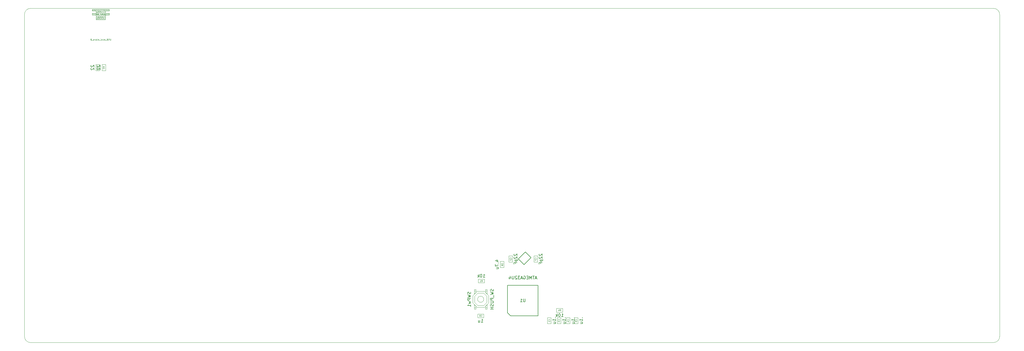
<source format=gbr>
G04 #@! TF.GenerationSoftware,KiCad,Pcbnew,(5.1.5)-3*
G04 #@! TF.CreationDate,2020-04-14T21:23:01-05:00*
G04 #@! TF.ProjectId,Without Led and Usb-c,57697468-6f75-4742-904c-656420616e64,rev?*
G04 #@! TF.SameCoordinates,Original*
G04 #@! TF.FileFunction,Other,Fab,Bot*
%FSLAX46Y46*%
G04 Gerber Fmt 4.6, Leading zero omitted, Abs format (unit mm)*
G04 Created by KiCad (PCBNEW (5.1.5)-3) date 2020-04-14 21:23:01*
%MOMM*%
%LPD*%
G04 APERTURE LIST*
%ADD10C,0.050000*%
%ADD11C,0.100000*%
%ADD12C,0.150000*%
%ADD13C,0.080000*%
%ADD14C,0.075000*%
G04 APERTURE END LIST*
D10*
X9820000Y-147280000D02*
X9819976Y-41880000D01*
X326720000Y-39879976D02*
G75*
G02X328720024Y-41880000I0J-2000024D01*
G01*
X328720000Y-147280000D02*
G75*
G02X326720000Y-149280000I-2000000J0D01*
G01*
X11820000Y-149280000D02*
G75*
G02X9820000Y-147280000I0J2000000D01*
G01*
X9819976Y-41880000D02*
G75*
G02X11820000Y-39879976I2000024J0D01*
G01*
X11820000Y-39879976D02*
X15820000Y-39880000D01*
X326720000Y-149280000D02*
X11820000Y-149280000D01*
X328720024Y-41880000D02*
X328720000Y-147280000D01*
X15820000Y-39880000D02*
X326720000Y-39879976D01*
D11*
X183800000Y-139300000D02*
X185800000Y-139300000D01*
X183800000Y-138100000D02*
X183800000Y-139300000D01*
X185800000Y-138100000D02*
X183800000Y-138100000D01*
X185800000Y-139300000D02*
X185800000Y-138100000D01*
X160200000Y-128500000D02*
X158200000Y-128500000D01*
X160200000Y-129700000D02*
X160200000Y-128500000D01*
X158200000Y-129700000D02*
X160200000Y-129700000D01*
X158200000Y-128500000D02*
X158200000Y-129700000D01*
X158000000Y-141100000D02*
X160000000Y-141100000D01*
X158000000Y-139900000D02*
X158000000Y-141100000D01*
X160000000Y-139900000D02*
X158000000Y-139900000D01*
X160000000Y-141100000D02*
X160000000Y-139900000D01*
X165400000Y-122675000D02*
X165400000Y-124675000D01*
X166600000Y-122675000D02*
X165400000Y-122675000D01*
X166600000Y-124675000D02*
X166600000Y-122675000D01*
X165400000Y-124675000D02*
X166600000Y-124675000D01*
X188200000Y-143100000D02*
X188200000Y-141100000D01*
X187000000Y-143100000D02*
X188200000Y-143100000D01*
X187000000Y-141100000D02*
X187000000Y-143100000D01*
X188200000Y-141100000D02*
X187000000Y-141100000D01*
X185200000Y-143100000D02*
X185200000Y-141100000D01*
X184000000Y-143100000D02*
X185200000Y-143100000D01*
X184000000Y-141100000D02*
X184000000Y-143100000D01*
X185200000Y-141100000D02*
X184000000Y-141100000D01*
X182000000Y-143100000D02*
X182000000Y-141100000D01*
X180800000Y-143100000D02*
X182000000Y-143100000D01*
X180800000Y-141100000D02*
X180800000Y-143100000D01*
X182000000Y-141100000D02*
X180800000Y-141100000D01*
D12*
X167800000Y-139500000D02*
X168800000Y-140500000D01*
X167800000Y-130500000D02*
X167800000Y-139500000D01*
X177800000Y-130500000D02*
X167800000Y-130500000D01*
X177800000Y-140500000D02*
X177800000Y-130500000D01*
X168800000Y-140500000D02*
X177800000Y-140500000D01*
X171349390Y-121912132D02*
X173187868Y-123750610D01*
X173612132Y-119649390D02*
X171349390Y-121912132D01*
X175450610Y-121487868D02*
X173612132Y-119649390D01*
X173187868Y-123750610D02*
X175450610Y-121487868D01*
D11*
X169400000Y-120900000D02*
X168200000Y-120900000D01*
X168200000Y-120900000D02*
X168200000Y-122900000D01*
X168200000Y-122900000D02*
X169400000Y-122900000D01*
X169400000Y-122900000D02*
X169400000Y-120900000D01*
X33150000Y-58250000D02*
X33150000Y-60250000D01*
X34350000Y-58250000D02*
X33150000Y-58250000D01*
X34350000Y-60250000D02*
X34350000Y-58250000D01*
X33150000Y-60250000D02*
X34350000Y-60250000D01*
X160000000Y-135100000D02*
G75*
G03X160000000Y-135100000I-1000000J0D01*
G01*
X156400000Y-133900000D02*
X157800000Y-132500000D01*
X156400000Y-136300000D02*
X156400000Y-133900000D01*
X157800000Y-137700000D02*
X156400000Y-136300000D01*
X160200000Y-137700000D02*
X157800000Y-137700000D01*
X161600000Y-136300000D02*
X160200000Y-137700000D01*
X161600000Y-133900000D02*
X161600000Y-136300000D01*
X160200000Y-132500000D02*
X161600000Y-133900000D01*
X157800000Y-132500000D02*
X160200000Y-132500000D01*
X160000000Y-133100000D02*
X158000000Y-133100000D01*
X161000000Y-134100000D02*
X160000000Y-133100000D01*
X161000000Y-136100000D02*
X161000000Y-134100000D01*
X160000000Y-137100000D02*
X161000000Y-136100000D01*
X158000000Y-137100000D02*
X160000000Y-137100000D01*
X157000000Y-136100000D02*
X158000000Y-137100000D01*
X157000000Y-134100000D02*
X157000000Y-136100000D01*
X158000000Y-133100000D02*
X157000000Y-134100000D01*
X160600000Y-138300000D02*
X160600000Y-137300000D01*
X161100000Y-137800000D02*
X160600000Y-137800000D01*
X161100000Y-136800000D02*
X161100000Y-138300000D01*
X161100000Y-133400000D02*
X161100000Y-131900000D01*
X160600000Y-131900000D02*
X160600000Y-132900000D01*
X161100000Y-132400000D02*
X160600000Y-132400000D01*
X157400000Y-131900000D02*
X157400000Y-132900000D01*
X156900000Y-133400000D02*
X156900000Y-131900000D01*
X156900000Y-132400000D02*
X157400000Y-132400000D01*
X157400000Y-138300000D02*
X157400000Y-137300000D01*
X156900000Y-136800000D02*
X156900000Y-138300000D01*
X156900000Y-137800000D02*
X157400000Y-137800000D01*
X156900000Y-131900000D02*
X157400000Y-131900000D01*
X161100000Y-131900000D02*
X160600000Y-131900000D01*
X156900000Y-138300000D02*
X157400000Y-138300000D01*
X161100000Y-138300000D02*
X160600000Y-138300000D01*
X177600000Y-122900000D02*
X177600000Y-120900000D01*
X176400000Y-122900000D02*
X177600000Y-122900000D01*
X176400000Y-120900000D02*
X176400000Y-122900000D01*
X177600000Y-120900000D02*
X176400000Y-120900000D01*
X35150000Y-58250000D02*
X35150000Y-60250000D01*
X36350000Y-58250000D02*
X35150000Y-58250000D01*
X36350000Y-60250000D02*
X36350000Y-58250000D01*
X35150000Y-60250000D02*
X36350000Y-60250000D01*
D10*
X31950000Y-40400000D02*
X32250000Y-40700000D01*
X32050000Y-40200000D02*
X32550000Y-40700000D01*
X32350000Y-40200000D02*
X32850000Y-40700000D01*
X37250000Y-40200000D02*
X37550000Y-40500000D01*
X36950000Y-40200000D02*
X37450000Y-40700000D01*
X36650000Y-40200000D02*
X37150000Y-40700000D01*
X36350000Y-40200000D02*
X36850000Y-40700000D01*
X36050000Y-40200000D02*
X36550000Y-40700000D01*
X35750000Y-40200000D02*
X36250000Y-40700000D01*
X35450000Y-40200000D02*
X36250000Y-41000000D01*
X35150000Y-40200000D02*
X36250000Y-41300000D01*
X34850000Y-40200000D02*
X36150000Y-41500000D01*
X34550000Y-40200000D02*
X35850000Y-41500000D01*
X34250000Y-40200000D02*
X35550000Y-41500000D01*
X33950000Y-40200000D02*
X35250000Y-41500000D01*
X33650000Y-40200000D02*
X34950000Y-41500000D01*
X33350000Y-40200000D02*
X34650000Y-41500000D01*
X33050000Y-40200000D02*
X34350000Y-41500000D01*
X32650000Y-40200000D02*
X34050000Y-41500000D01*
X33250000Y-41050000D02*
X33750000Y-41500000D01*
X33250000Y-41300000D02*
X33450000Y-41500000D01*
X37350000Y-41500000D02*
X37550000Y-41700000D01*
X37050000Y-41500000D02*
X37550000Y-42000000D01*
X36750000Y-41500000D02*
X37350000Y-42100000D01*
X36450000Y-41500000D02*
X37050000Y-42100000D01*
X36550000Y-41900000D02*
X36750000Y-42100000D01*
X36150000Y-42100000D02*
X36250000Y-42200000D01*
X35850000Y-42100000D02*
X36250000Y-42500000D01*
X34650000Y-42100000D02*
X36150000Y-43600000D01*
X34950000Y-42100000D02*
X36250000Y-43400000D01*
X35250000Y-42100000D02*
X36250000Y-43100000D01*
X35550000Y-42100000D02*
X36250000Y-42800000D01*
X34050000Y-42100000D02*
X35550000Y-43600000D01*
X34350000Y-42100000D02*
X35850000Y-43600000D01*
X33750000Y-42100000D02*
X35250000Y-43600000D01*
X32850000Y-41500000D02*
X32950000Y-41600000D01*
X31950000Y-41800000D02*
X32250000Y-42100000D01*
X31950000Y-41500000D02*
X32550000Y-42100000D01*
X32250000Y-41500000D02*
X32850000Y-42100000D01*
X32550000Y-41500000D02*
X33150000Y-42100000D01*
X33450000Y-42100000D02*
X34950000Y-43600000D01*
X33250000Y-42200000D02*
X34650000Y-43600000D01*
X33250000Y-42500000D02*
X34350000Y-43600000D01*
X33250000Y-42800000D02*
X34050000Y-43600000D01*
X33250000Y-43100000D02*
X33750000Y-43600000D01*
X33250000Y-43400000D02*
X33450000Y-43600000D01*
D11*
X36250000Y-43600000D02*
X36250000Y-42100000D01*
X37550000Y-42100000D02*
X37550000Y-41500000D01*
X31950000Y-42100000D02*
X31950000Y-41500000D01*
X36250000Y-40700000D02*
X36250000Y-41500000D01*
X37550000Y-40700000D02*
X37550000Y-40200000D01*
X37550000Y-40200000D02*
X31950000Y-40200000D01*
X31950000Y-40700000D02*
X31950000Y-40200000D01*
X33250000Y-40700000D02*
X33250000Y-41500000D01*
X31950000Y-40700000D02*
X33250000Y-40700000D01*
X31950000Y-41500000D02*
X33250000Y-41500000D01*
X31950000Y-42100000D02*
X33250000Y-42100000D01*
X36250000Y-41500000D02*
X37550000Y-41500000D01*
X36250000Y-40700000D02*
X37550000Y-40700000D01*
X36250000Y-42100000D02*
X37550000Y-42100000D01*
X33250000Y-43600000D02*
X33250000Y-42100000D01*
X33250000Y-43600000D02*
X36250000Y-43600000D01*
X190800000Y-143100000D02*
X190800000Y-141100000D01*
X189600000Y-143100000D02*
X190800000Y-143100000D01*
X189600000Y-141100000D02*
X189600000Y-143100000D01*
X190800000Y-141100000D02*
X189600000Y-141100000D01*
D12*
X185395238Y-140802380D02*
X185966666Y-140802380D01*
X185680952Y-140802380D02*
X185680952Y-139802380D01*
X185776190Y-139945238D01*
X185871428Y-140040476D01*
X185966666Y-140088095D01*
X184776190Y-139802380D02*
X184680952Y-139802380D01*
X184585714Y-139850000D01*
X184538095Y-139897619D01*
X184490476Y-139992857D01*
X184442857Y-140183333D01*
X184442857Y-140421428D01*
X184490476Y-140611904D01*
X184538095Y-140707142D01*
X184585714Y-140754761D01*
X184680952Y-140802380D01*
X184776190Y-140802380D01*
X184871428Y-140754761D01*
X184919047Y-140707142D01*
X184966666Y-140611904D01*
X185014285Y-140421428D01*
X185014285Y-140183333D01*
X184966666Y-139992857D01*
X184919047Y-139897619D01*
X184871428Y-139850000D01*
X184776190Y-139802380D01*
X184014285Y-140802380D02*
X184014285Y-139802380D01*
X183919047Y-140421428D02*
X183633333Y-140802380D01*
X183633333Y-140135714D02*
X184014285Y-140516666D01*
D13*
X184883333Y-138926190D02*
X185050000Y-138688095D01*
X185169047Y-138926190D02*
X185169047Y-138426190D01*
X184978571Y-138426190D01*
X184930952Y-138450000D01*
X184907142Y-138473809D01*
X184883333Y-138521428D01*
X184883333Y-138592857D01*
X184907142Y-138640476D01*
X184930952Y-138664285D01*
X184978571Y-138688095D01*
X185169047Y-138688095D01*
X184454761Y-138592857D02*
X184454761Y-138926190D01*
X184573809Y-138402380D02*
X184692857Y-138759523D01*
X184383333Y-138759523D01*
D12*
X159795238Y-127902380D02*
X160366666Y-127902380D01*
X160080952Y-127902380D02*
X160080952Y-126902380D01*
X160176190Y-127045238D01*
X160271428Y-127140476D01*
X160366666Y-127188095D01*
X159176190Y-126902380D02*
X159080952Y-126902380D01*
X158985714Y-126950000D01*
X158938095Y-126997619D01*
X158890476Y-127092857D01*
X158842857Y-127283333D01*
X158842857Y-127521428D01*
X158890476Y-127711904D01*
X158938095Y-127807142D01*
X158985714Y-127854761D01*
X159080952Y-127902380D01*
X159176190Y-127902380D01*
X159271428Y-127854761D01*
X159319047Y-127807142D01*
X159366666Y-127711904D01*
X159414285Y-127521428D01*
X159414285Y-127283333D01*
X159366666Y-127092857D01*
X159319047Y-126997619D01*
X159271428Y-126950000D01*
X159176190Y-126902380D01*
X158414285Y-127902380D02*
X158414285Y-126902380D01*
X158319047Y-127521428D02*
X158033333Y-127902380D01*
X158033333Y-127235714D02*
X158414285Y-127616666D01*
D13*
X159283333Y-129326190D02*
X159450000Y-129088095D01*
X159569047Y-129326190D02*
X159569047Y-128826190D01*
X159378571Y-128826190D01*
X159330952Y-128850000D01*
X159307142Y-128873809D01*
X159283333Y-128921428D01*
X159283333Y-128992857D01*
X159307142Y-129040476D01*
X159330952Y-129064285D01*
X159378571Y-129088095D01*
X159569047Y-129088095D01*
X158807142Y-129326190D02*
X159092857Y-129326190D01*
X158950000Y-129326190D02*
X158950000Y-128826190D01*
X158997619Y-128897619D01*
X159045238Y-128945238D01*
X159092857Y-128969047D01*
D12*
X159166666Y-142602380D02*
X159738095Y-142602380D01*
X159452380Y-142602380D02*
X159452380Y-141602380D01*
X159547619Y-141745238D01*
X159642857Y-141840476D01*
X159738095Y-141888095D01*
X158309523Y-141935714D02*
X158309523Y-142602380D01*
X158738095Y-141935714D02*
X158738095Y-142459523D01*
X158690476Y-142554761D01*
X158595238Y-142602380D01*
X158452380Y-142602380D01*
X158357142Y-142554761D01*
X158309523Y-142507142D01*
D13*
X159083333Y-140678571D02*
X159107142Y-140702380D01*
X159178571Y-140726190D01*
X159226190Y-140726190D01*
X159297619Y-140702380D01*
X159345238Y-140654761D01*
X159369047Y-140607142D01*
X159392857Y-140511904D01*
X159392857Y-140440476D01*
X159369047Y-140345238D01*
X159345238Y-140297619D01*
X159297619Y-140250000D01*
X159226190Y-140226190D01*
X159178571Y-140226190D01*
X159107142Y-140250000D01*
X159083333Y-140273809D01*
X158797619Y-140440476D02*
X158845238Y-140416666D01*
X158869047Y-140392857D01*
X158892857Y-140345238D01*
X158892857Y-140321428D01*
X158869047Y-140273809D01*
X158845238Y-140250000D01*
X158797619Y-140226190D01*
X158702380Y-140226190D01*
X158654761Y-140250000D01*
X158630952Y-140273809D01*
X158607142Y-140321428D01*
X158607142Y-140345238D01*
X158630952Y-140392857D01*
X158654761Y-140416666D01*
X158702380Y-140440476D01*
X158797619Y-140440476D01*
X158845238Y-140464285D01*
X158869047Y-140488095D01*
X158892857Y-140535714D01*
X158892857Y-140630952D01*
X158869047Y-140678571D01*
X158845238Y-140702380D01*
X158797619Y-140726190D01*
X158702380Y-140726190D01*
X158654761Y-140702380D01*
X158630952Y-140678571D01*
X158607142Y-140630952D01*
X158607142Y-140535714D01*
X158630952Y-140488095D01*
X158654761Y-140464285D01*
X158702380Y-140440476D01*
D12*
X164135714Y-122698809D02*
X164802380Y-122698809D01*
X163754761Y-122460714D02*
X164469047Y-122222619D01*
X164469047Y-122841666D01*
X164707142Y-123222619D02*
X164754761Y-123270238D01*
X164802380Y-123222619D01*
X164754761Y-123175000D01*
X164707142Y-123222619D01*
X164802380Y-123222619D01*
X163802380Y-123603571D02*
X163802380Y-124270238D01*
X164802380Y-123841666D01*
X164135714Y-125079761D02*
X164802380Y-125079761D01*
X164135714Y-124651190D02*
X164659523Y-124651190D01*
X164754761Y-124698809D01*
X164802380Y-124794047D01*
X164802380Y-124936904D01*
X164754761Y-125032142D01*
X164707142Y-125079761D01*
D13*
X166178571Y-123591666D02*
X166202380Y-123567857D01*
X166226190Y-123496428D01*
X166226190Y-123448809D01*
X166202380Y-123377380D01*
X166154761Y-123329761D01*
X166107142Y-123305952D01*
X166011904Y-123282142D01*
X165940476Y-123282142D01*
X165845238Y-123305952D01*
X165797619Y-123329761D01*
X165750000Y-123377380D01*
X165726190Y-123448809D01*
X165726190Y-123496428D01*
X165750000Y-123567857D01*
X165773809Y-123591666D01*
X165726190Y-124020238D02*
X165726190Y-123925000D01*
X165750000Y-123877380D01*
X165773809Y-123853571D01*
X165845238Y-123805952D01*
X165940476Y-123782142D01*
X166130952Y-123782142D01*
X166178571Y-123805952D01*
X166202380Y-123829761D01*
X166226190Y-123877380D01*
X166226190Y-123972619D01*
X166202380Y-124020238D01*
X166178571Y-124044047D01*
X166130952Y-124067857D01*
X166011904Y-124067857D01*
X165964285Y-124044047D01*
X165940476Y-124020238D01*
X165916666Y-123972619D01*
X165916666Y-123877380D01*
X165940476Y-123829761D01*
X165964285Y-123805952D01*
X166011904Y-123782142D01*
D12*
X189607142Y-141171428D02*
X189654761Y-141219047D01*
X189702380Y-141171428D01*
X189654761Y-141123809D01*
X189607142Y-141171428D01*
X189702380Y-141171428D01*
X189702380Y-142171428D02*
X189702380Y-141600000D01*
X189702380Y-141885714D02*
X188702380Y-141885714D01*
X188845238Y-141790476D01*
X188940476Y-141695238D01*
X188988095Y-141600000D01*
X189035714Y-143028571D02*
X189702380Y-143028571D01*
X189035714Y-142600000D02*
X189559523Y-142600000D01*
X189654761Y-142647619D01*
X189702380Y-142742857D01*
X189702380Y-142885714D01*
X189654761Y-142980952D01*
X189607142Y-143028571D01*
D13*
X187778571Y-142016666D02*
X187802380Y-141992857D01*
X187826190Y-141921428D01*
X187826190Y-141873809D01*
X187802380Y-141802380D01*
X187754761Y-141754761D01*
X187707142Y-141730952D01*
X187611904Y-141707142D01*
X187540476Y-141707142D01*
X187445238Y-141730952D01*
X187397619Y-141754761D01*
X187350000Y-141802380D01*
X187326190Y-141873809D01*
X187326190Y-141921428D01*
X187350000Y-141992857D01*
X187373809Y-142016666D01*
X187492857Y-142445238D02*
X187826190Y-142445238D01*
X187302380Y-142326190D02*
X187659523Y-142207142D01*
X187659523Y-142516666D01*
D12*
X186607142Y-141171428D02*
X186654761Y-141219047D01*
X186702380Y-141171428D01*
X186654761Y-141123809D01*
X186607142Y-141171428D01*
X186702380Y-141171428D01*
X186702380Y-142171428D02*
X186702380Y-141600000D01*
X186702380Y-141885714D02*
X185702380Y-141885714D01*
X185845238Y-141790476D01*
X185940476Y-141695238D01*
X185988095Y-141600000D01*
X186035714Y-143028571D02*
X186702380Y-143028571D01*
X186035714Y-142600000D02*
X186559523Y-142600000D01*
X186654761Y-142647619D01*
X186702380Y-142742857D01*
X186702380Y-142885714D01*
X186654761Y-142980952D01*
X186607142Y-143028571D01*
D13*
X184778571Y-142016666D02*
X184802380Y-141992857D01*
X184826190Y-141921428D01*
X184826190Y-141873809D01*
X184802380Y-141802380D01*
X184754761Y-141754761D01*
X184707142Y-141730952D01*
X184611904Y-141707142D01*
X184540476Y-141707142D01*
X184445238Y-141730952D01*
X184397619Y-141754761D01*
X184350000Y-141802380D01*
X184326190Y-141873809D01*
X184326190Y-141921428D01*
X184350000Y-141992857D01*
X184373809Y-142016666D01*
X184326190Y-142183333D02*
X184326190Y-142492857D01*
X184516666Y-142326190D01*
X184516666Y-142397619D01*
X184540476Y-142445238D01*
X184564285Y-142469047D01*
X184611904Y-142492857D01*
X184730952Y-142492857D01*
X184778571Y-142469047D01*
X184802380Y-142445238D01*
X184826190Y-142397619D01*
X184826190Y-142254761D01*
X184802380Y-142207142D01*
X184778571Y-142183333D01*
D12*
X183407142Y-141171428D02*
X183454761Y-141219047D01*
X183502380Y-141171428D01*
X183454761Y-141123809D01*
X183407142Y-141171428D01*
X183502380Y-141171428D01*
X183502380Y-142171428D02*
X183502380Y-141600000D01*
X183502380Y-141885714D02*
X182502380Y-141885714D01*
X182645238Y-141790476D01*
X182740476Y-141695238D01*
X182788095Y-141600000D01*
X182835714Y-143028571D02*
X183502380Y-143028571D01*
X182835714Y-142600000D02*
X183359523Y-142600000D01*
X183454761Y-142647619D01*
X183502380Y-142742857D01*
X183502380Y-142885714D01*
X183454761Y-142980952D01*
X183407142Y-143028571D01*
D13*
X181578571Y-142016666D02*
X181602380Y-141992857D01*
X181626190Y-141921428D01*
X181626190Y-141873809D01*
X181602380Y-141802380D01*
X181554761Y-141754761D01*
X181507142Y-141730952D01*
X181411904Y-141707142D01*
X181340476Y-141707142D01*
X181245238Y-141730952D01*
X181197619Y-141754761D01*
X181150000Y-141802380D01*
X181126190Y-141873809D01*
X181126190Y-141921428D01*
X181150000Y-141992857D01*
X181173809Y-142016666D01*
X181626190Y-142492857D02*
X181626190Y-142207142D01*
X181626190Y-142350000D02*
X181126190Y-142350000D01*
X181197619Y-142302380D01*
X181245238Y-142254761D01*
X181269047Y-142207142D01*
D12*
X177323809Y-128216666D02*
X176847619Y-128216666D01*
X177419047Y-128502380D02*
X177085714Y-127502380D01*
X176752380Y-128502380D01*
X176561904Y-127502380D02*
X175990476Y-127502380D01*
X176276190Y-128502380D02*
X176276190Y-127502380D01*
X175657142Y-128502380D02*
X175657142Y-127502380D01*
X175323809Y-128216666D01*
X174990476Y-127502380D01*
X174990476Y-128502380D01*
X174514285Y-127978571D02*
X174180952Y-127978571D01*
X174038095Y-128502380D02*
X174514285Y-128502380D01*
X174514285Y-127502380D01*
X174038095Y-127502380D01*
X173085714Y-127550000D02*
X173180952Y-127502380D01*
X173323809Y-127502380D01*
X173466666Y-127550000D01*
X173561904Y-127645238D01*
X173609523Y-127740476D01*
X173657142Y-127930952D01*
X173657142Y-128073809D01*
X173609523Y-128264285D01*
X173561904Y-128359523D01*
X173466666Y-128454761D01*
X173323809Y-128502380D01*
X173228571Y-128502380D01*
X173085714Y-128454761D01*
X173038095Y-128407142D01*
X173038095Y-128073809D01*
X173228571Y-128073809D01*
X172657142Y-128216666D02*
X172180952Y-128216666D01*
X172752380Y-128502380D02*
X172419047Y-127502380D01*
X172085714Y-128502380D01*
X171847619Y-127502380D02*
X171228571Y-127502380D01*
X171561904Y-127883333D01*
X171419047Y-127883333D01*
X171323809Y-127930952D01*
X171276190Y-127978571D01*
X171228571Y-128073809D01*
X171228571Y-128311904D01*
X171276190Y-128407142D01*
X171323809Y-128454761D01*
X171419047Y-128502380D01*
X171704761Y-128502380D01*
X171800000Y-128454761D01*
X171847619Y-128407142D01*
X170847619Y-127597619D02*
X170800000Y-127550000D01*
X170704761Y-127502380D01*
X170466666Y-127502380D01*
X170371428Y-127550000D01*
X170323809Y-127597619D01*
X170276190Y-127692857D01*
X170276190Y-127788095D01*
X170323809Y-127930952D01*
X170895238Y-128502380D01*
X170276190Y-128502380D01*
X169847619Y-127502380D02*
X169847619Y-128311904D01*
X169800000Y-128407142D01*
X169752380Y-128454761D01*
X169657142Y-128502380D01*
X169466666Y-128502380D01*
X169371428Y-128454761D01*
X169323809Y-128407142D01*
X169276190Y-128311904D01*
X169276190Y-127502380D01*
X168371428Y-127835714D02*
X168371428Y-128502380D01*
X168609523Y-127454761D02*
X168847619Y-128169047D01*
X168228571Y-128169047D01*
X173561904Y-134952380D02*
X173561904Y-135761904D01*
X173514285Y-135857142D01*
X173466666Y-135904761D01*
X173371428Y-135952380D01*
X173180952Y-135952380D01*
X173085714Y-135904761D01*
X173038095Y-135857142D01*
X172990476Y-135761904D01*
X172990476Y-134952380D01*
X171990476Y-135952380D02*
X172561904Y-135952380D01*
X172276190Y-135952380D02*
X172276190Y-134952380D01*
X172371428Y-135095238D01*
X172466666Y-135190476D01*
X172561904Y-135238095D01*
X169997619Y-120257142D02*
X169950000Y-120304761D01*
X169902380Y-120400000D01*
X169902380Y-120638095D01*
X169950000Y-120733333D01*
X169997619Y-120780952D01*
X170092857Y-120828571D01*
X170188095Y-120828571D01*
X170330952Y-120780952D01*
X170902380Y-120209523D01*
X170902380Y-120828571D01*
X169997619Y-121209523D02*
X169950000Y-121257142D01*
X169902380Y-121352380D01*
X169902380Y-121590476D01*
X169950000Y-121685714D01*
X169997619Y-121733333D01*
X170092857Y-121780952D01*
X170188095Y-121780952D01*
X170330952Y-121733333D01*
X170902380Y-121161904D01*
X170902380Y-121780952D01*
X170235714Y-122209523D02*
X171235714Y-122209523D01*
X170283333Y-122209523D02*
X170235714Y-122304761D01*
X170235714Y-122495238D01*
X170283333Y-122590476D01*
X170330952Y-122638095D01*
X170426190Y-122685714D01*
X170711904Y-122685714D01*
X170807142Y-122638095D01*
X170854761Y-122590476D01*
X170902380Y-122495238D01*
X170902380Y-122304761D01*
X170854761Y-122209523D01*
X170378571Y-123447619D02*
X170378571Y-123114285D01*
X170902380Y-123114285D02*
X169902380Y-123114285D01*
X169902380Y-123590476D01*
D13*
X168978571Y-121816666D02*
X169002380Y-121792857D01*
X169026190Y-121721428D01*
X169026190Y-121673809D01*
X169002380Y-121602380D01*
X168954761Y-121554761D01*
X168907142Y-121530952D01*
X168811904Y-121507142D01*
X168740476Y-121507142D01*
X168645238Y-121530952D01*
X168597619Y-121554761D01*
X168550000Y-121602380D01*
X168526190Y-121673809D01*
X168526190Y-121721428D01*
X168550000Y-121792857D01*
X168573809Y-121816666D01*
X168573809Y-122007142D02*
X168550000Y-122030952D01*
X168526190Y-122078571D01*
X168526190Y-122197619D01*
X168550000Y-122245238D01*
X168573809Y-122269047D01*
X168621428Y-122292857D01*
X168669047Y-122292857D01*
X168740476Y-122269047D01*
X169026190Y-121983333D01*
X169026190Y-122292857D01*
D12*
X31647619Y-58488095D02*
X31600000Y-58535714D01*
X31552380Y-58630952D01*
X31552380Y-58869047D01*
X31600000Y-58964285D01*
X31647619Y-59011904D01*
X31742857Y-59059523D01*
X31838095Y-59059523D01*
X31980952Y-59011904D01*
X32552380Y-58440476D01*
X32552380Y-59059523D01*
X31647619Y-59440476D02*
X31600000Y-59488095D01*
X31552380Y-59583333D01*
X31552380Y-59821428D01*
X31600000Y-59916666D01*
X31647619Y-59964285D01*
X31742857Y-60011904D01*
X31838095Y-60011904D01*
X31980952Y-59964285D01*
X32552380Y-59392857D01*
X32552380Y-60011904D01*
D13*
X33976190Y-59166666D02*
X33738095Y-59000000D01*
X33976190Y-58880952D02*
X33476190Y-58880952D01*
X33476190Y-59071428D01*
X33500000Y-59119047D01*
X33523809Y-59142857D01*
X33571428Y-59166666D01*
X33642857Y-59166666D01*
X33690476Y-59142857D01*
X33714285Y-59119047D01*
X33738095Y-59071428D01*
X33738095Y-58880952D01*
X33523809Y-59357142D02*
X33500000Y-59380952D01*
X33476190Y-59428571D01*
X33476190Y-59547619D01*
X33500000Y-59595238D01*
X33523809Y-59619047D01*
X33571428Y-59642857D01*
X33619047Y-59642857D01*
X33690476Y-59619047D01*
X33976190Y-59333333D01*
X33976190Y-59642857D01*
D12*
X163154761Y-131838095D02*
X163202380Y-131980952D01*
X163202380Y-132219047D01*
X163154761Y-132314285D01*
X163107142Y-132361904D01*
X163011904Y-132409523D01*
X162916666Y-132409523D01*
X162821428Y-132361904D01*
X162773809Y-132314285D01*
X162726190Y-132219047D01*
X162678571Y-132028571D01*
X162630952Y-131933333D01*
X162583333Y-131885714D01*
X162488095Y-131838095D01*
X162392857Y-131838095D01*
X162297619Y-131885714D01*
X162250000Y-131933333D01*
X162202380Y-132028571D01*
X162202380Y-132266666D01*
X162250000Y-132409523D01*
X162202380Y-132742857D02*
X163202380Y-132980952D01*
X162488095Y-133171428D01*
X163202380Y-133361904D01*
X162202380Y-133600000D01*
X163297619Y-133742857D02*
X163297619Y-134504761D01*
X163202380Y-134742857D02*
X162202380Y-134742857D01*
X162202380Y-135123809D01*
X162250000Y-135219047D01*
X162297619Y-135266666D01*
X162392857Y-135314285D01*
X162535714Y-135314285D01*
X162630952Y-135266666D01*
X162678571Y-135219047D01*
X162726190Y-135123809D01*
X162726190Y-134742857D01*
X162202380Y-135742857D02*
X163011904Y-135742857D01*
X163107142Y-135790476D01*
X163154761Y-135838095D01*
X163202380Y-135933333D01*
X163202380Y-136123809D01*
X163154761Y-136219047D01*
X163107142Y-136266666D01*
X163011904Y-136314285D01*
X162202380Y-136314285D01*
X163154761Y-136742857D02*
X163202380Y-136885714D01*
X163202380Y-137123809D01*
X163154761Y-137219047D01*
X163107142Y-137266666D01*
X163011904Y-137314285D01*
X162916666Y-137314285D01*
X162821428Y-137266666D01*
X162773809Y-137219047D01*
X162726190Y-137123809D01*
X162678571Y-136933333D01*
X162630952Y-136838095D01*
X162583333Y-136790476D01*
X162488095Y-136742857D01*
X162392857Y-136742857D01*
X162297619Y-136790476D01*
X162250000Y-136838095D01*
X162202380Y-136933333D01*
X162202380Y-137171428D01*
X162250000Y-137314285D01*
X163202380Y-137742857D02*
X162202380Y-137742857D01*
X162678571Y-137742857D02*
X162678571Y-138314285D01*
X163202380Y-138314285D02*
X162202380Y-138314285D01*
X155654761Y-132742857D02*
X155702380Y-132885714D01*
X155702380Y-133123809D01*
X155654761Y-133219047D01*
X155607142Y-133266666D01*
X155511904Y-133314285D01*
X155416666Y-133314285D01*
X155321428Y-133266666D01*
X155273809Y-133219047D01*
X155226190Y-133123809D01*
X155178571Y-132933333D01*
X155130952Y-132838095D01*
X155083333Y-132790476D01*
X154988095Y-132742857D01*
X154892857Y-132742857D01*
X154797619Y-132790476D01*
X154750000Y-132838095D01*
X154702380Y-132933333D01*
X154702380Y-133171428D01*
X154750000Y-133314285D01*
X154702380Y-133647619D02*
X155702380Y-133885714D01*
X154988095Y-134076190D01*
X155702380Y-134266666D01*
X154702380Y-134504761D01*
X155702380Y-134885714D02*
X154702380Y-134885714D01*
X154702380Y-135266666D01*
X154750000Y-135361904D01*
X154797619Y-135409523D01*
X154892857Y-135457142D01*
X155035714Y-135457142D01*
X155130952Y-135409523D01*
X155178571Y-135361904D01*
X155226190Y-135266666D01*
X155226190Y-134885714D01*
X155035714Y-135790476D02*
X155702380Y-135980952D01*
X155226190Y-136171428D01*
X155702380Y-136361904D01*
X155035714Y-136552380D01*
X155702380Y-137457142D02*
X155702380Y-136885714D01*
X155702380Y-137171428D02*
X154702380Y-137171428D01*
X154845238Y-137076190D01*
X154940476Y-136980952D01*
X154988095Y-136885714D01*
X178197619Y-120257142D02*
X178150000Y-120304761D01*
X178102380Y-120400000D01*
X178102380Y-120638095D01*
X178150000Y-120733333D01*
X178197619Y-120780952D01*
X178292857Y-120828571D01*
X178388095Y-120828571D01*
X178530952Y-120780952D01*
X179102380Y-120209523D01*
X179102380Y-120828571D01*
X178197619Y-121209523D02*
X178150000Y-121257142D01*
X178102380Y-121352380D01*
X178102380Y-121590476D01*
X178150000Y-121685714D01*
X178197619Y-121733333D01*
X178292857Y-121780952D01*
X178388095Y-121780952D01*
X178530952Y-121733333D01*
X179102380Y-121161904D01*
X179102380Y-121780952D01*
X178435714Y-122209523D02*
X179435714Y-122209523D01*
X178483333Y-122209523D02*
X178435714Y-122304761D01*
X178435714Y-122495238D01*
X178483333Y-122590476D01*
X178530952Y-122638095D01*
X178626190Y-122685714D01*
X178911904Y-122685714D01*
X179007142Y-122638095D01*
X179054761Y-122590476D01*
X179102380Y-122495238D01*
X179102380Y-122304761D01*
X179054761Y-122209523D01*
X178578571Y-123447619D02*
X178578571Y-123114285D01*
X179102380Y-123114285D02*
X178102380Y-123114285D01*
X178102380Y-123590476D01*
D13*
X177178571Y-121816666D02*
X177202380Y-121792857D01*
X177226190Y-121721428D01*
X177226190Y-121673809D01*
X177202380Y-121602380D01*
X177154761Y-121554761D01*
X177107142Y-121530952D01*
X177011904Y-121507142D01*
X176940476Y-121507142D01*
X176845238Y-121530952D01*
X176797619Y-121554761D01*
X176750000Y-121602380D01*
X176726190Y-121673809D01*
X176726190Y-121721428D01*
X176750000Y-121792857D01*
X176773809Y-121816666D01*
X176726190Y-121983333D02*
X176726190Y-122316666D01*
X177226190Y-122102380D01*
D12*
X33647619Y-58488095D02*
X33600000Y-58535714D01*
X33552380Y-58630952D01*
X33552380Y-58869047D01*
X33600000Y-58964285D01*
X33647619Y-59011904D01*
X33742857Y-59059523D01*
X33838095Y-59059523D01*
X33980952Y-59011904D01*
X34552380Y-58440476D01*
X34552380Y-59059523D01*
X33647619Y-59440476D02*
X33600000Y-59488095D01*
X33552380Y-59583333D01*
X33552380Y-59821428D01*
X33600000Y-59916666D01*
X33647619Y-59964285D01*
X33742857Y-60011904D01*
X33838095Y-60011904D01*
X33980952Y-59964285D01*
X34552380Y-59392857D01*
X34552380Y-60011904D01*
D13*
X35976190Y-59166666D02*
X35738095Y-59000000D01*
X35976190Y-58880952D02*
X35476190Y-58880952D01*
X35476190Y-59071428D01*
X35500000Y-59119047D01*
X35523809Y-59142857D01*
X35571428Y-59166666D01*
X35642857Y-59166666D01*
X35690476Y-59142857D01*
X35714285Y-59119047D01*
X35738095Y-59071428D01*
X35738095Y-58880952D01*
X35476190Y-59333333D02*
X35476190Y-59642857D01*
X35666666Y-59476190D01*
X35666666Y-59547619D01*
X35690476Y-59595238D01*
X35714285Y-59619047D01*
X35761904Y-59642857D01*
X35880952Y-59642857D01*
X35928571Y-59619047D01*
X35952380Y-59595238D01*
X35976190Y-59547619D01*
X35976190Y-59404761D01*
X35952380Y-59357142D01*
X35928571Y-59333333D01*
D11*
X38047619Y-49826190D02*
X38047619Y-50230952D01*
X38023809Y-50278571D01*
X38000000Y-50302380D01*
X37952380Y-50326190D01*
X37857142Y-50326190D01*
X37809523Y-50302380D01*
X37785714Y-50278571D01*
X37761904Y-50230952D01*
X37761904Y-49826190D01*
X37547619Y-50302380D02*
X37476190Y-50326190D01*
X37357142Y-50326190D01*
X37309523Y-50302380D01*
X37285714Y-50278571D01*
X37261904Y-50230952D01*
X37261904Y-50183333D01*
X37285714Y-50135714D01*
X37309523Y-50111904D01*
X37357142Y-50088095D01*
X37452380Y-50064285D01*
X37500000Y-50040476D01*
X37523809Y-50016666D01*
X37547619Y-49969047D01*
X37547619Y-49921428D01*
X37523809Y-49873809D01*
X37500000Y-49850000D01*
X37452380Y-49826190D01*
X37333333Y-49826190D01*
X37261904Y-49850000D01*
X36880952Y-50064285D02*
X36809523Y-50088095D01*
X36785714Y-50111904D01*
X36761904Y-50159523D01*
X36761904Y-50230952D01*
X36785714Y-50278571D01*
X36809523Y-50302380D01*
X36857142Y-50326190D01*
X37047619Y-50326190D01*
X37047619Y-49826190D01*
X36880952Y-49826190D01*
X36833333Y-49850000D01*
X36809523Y-49873809D01*
X36785714Y-49921428D01*
X36785714Y-49969047D01*
X36809523Y-50016666D01*
X36833333Y-50040476D01*
X36880952Y-50064285D01*
X37047619Y-50064285D01*
X36666666Y-50373809D02*
X36285714Y-50373809D01*
X36166666Y-50326190D02*
X36166666Y-49992857D01*
X36166666Y-50040476D02*
X36142857Y-50016666D01*
X36095238Y-49992857D01*
X36023809Y-49992857D01*
X35976190Y-50016666D01*
X35952380Y-50064285D01*
X35952380Y-50326190D01*
X35952380Y-50064285D02*
X35928571Y-50016666D01*
X35880952Y-49992857D01*
X35809523Y-49992857D01*
X35761904Y-50016666D01*
X35738095Y-50064285D01*
X35738095Y-50326190D01*
X35500000Y-50326190D02*
X35500000Y-49992857D01*
X35500000Y-49826190D02*
X35523809Y-49850000D01*
X35500000Y-49873809D01*
X35476190Y-49850000D01*
X35500000Y-49826190D01*
X35500000Y-49873809D01*
X35261904Y-49992857D02*
X35261904Y-50326190D01*
X35261904Y-50040476D02*
X35238095Y-50016666D01*
X35190476Y-49992857D01*
X35119047Y-49992857D01*
X35071428Y-50016666D01*
X35047619Y-50064285D01*
X35047619Y-50326190D01*
X34809523Y-50326190D02*
X34809523Y-49992857D01*
X34809523Y-49826190D02*
X34833333Y-49850000D01*
X34809523Y-49873809D01*
X34785714Y-49850000D01*
X34809523Y-49826190D01*
X34809523Y-49873809D01*
X34690476Y-50373809D02*
X34309523Y-50373809D01*
X34190476Y-50326190D02*
X34190476Y-49992857D01*
X34190476Y-50040476D02*
X34166666Y-50016666D01*
X34119047Y-49992857D01*
X34047619Y-49992857D01*
X34000000Y-50016666D01*
X33976190Y-50064285D01*
X33976190Y-50326190D01*
X33976190Y-50064285D02*
X33952380Y-50016666D01*
X33904761Y-49992857D01*
X33833333Y-49992857D01*
X33785714Y-50016666D01*
X33761904Y-50064285D01*
X33761904Y-50326190D01*
X33523809Y-50326190D02*
X33523809Y-49992857D01*
X33523809Y-49826190D02*
X33547619Y-49850000D01*
X33523809Y-49873809D01*
X33500000Y-49850000D01*
X33523809Y-49826190D01*
X33523809Y-49873809D01*
X33071428Y-50302380D02*
X33119047Y-50326190D01*
X33214285Y-50326190D01*
X33261904Y-50302380D01*
X33285714Y-50278571D01*
X33309523Y-50230952D01*
X33309523Y-50088095D01*
X33285714Y-50040476D01*
X33261904Y-50016666D01*
X33214285Y-49992857D01*
X33119047Y-49992857D01*
X33071428Y-50016666D01*
X32857142Y-50326190D02*
X32857142Y-49992857D01*
X32857142Y-50088095D02*
X32833333Y-50040476D01*
X32809523Y-50016666D01*
X32761904Y-49992857D01*
X32714285Y-49992857D01*
X32476190Y-50326190D02*
X32523809Y-50302380D01*
X32547619Y-50278571D01*
X32571428Y-50230952D01*
X32571428Y-50088095D01*
X32547619Y-50040476D01*
X32523809Y-50016666D01*
X32476190Y-49992857D01*
X32404761Y-49992857D01*
X32357142Y-50016666D01*
X32333333Y-50040476D01*
X32309523Y-50088095D01*
X32309523Y-50230952D01*
X32333333Y-50278571D01*
X32357142Y-50302380D01*
X32404761Y-50326190D01*
X32476190Y-50326190D01*
X32214285Y-50373809D02*
X31833333Y-50373809D01*
X31547619Y-50064285D02*
X31476190Y-50088095D01*
X31452380Y-50111904D01*
X31428571Y-50159523D01*
X31428571Y-50230952D01*
X31452380Y-50278571D01*
X31476190Y-50302380D01*
X31523809Y-50326190D01*
X31714285Y-50326190D01*
X31714285Y-49826190D01*
X31547619Y-49826190D01*
X31500000Y-49850000D01*
X31476190Y-49873809D01*
X31452380Y-49921428D01*
X31452380Y-49969047D01*
X31476190Y-50016666D01*
X31500000Y-50040476D01*
X31547619Y-50064285D01*
X31714285Y-50064285D01*
D14*
X36385714Y-41935714D02*
X36385714Y-41635714D01*
X36214285Y-41935714D02*
X36342857Y-41764285D01*
X36214285Y-41635714D02*
X36385714Y-41807142D01*
X36085714Y-41778571D02*
X35985714Y-41778571D01*
X35942857Y-41935714D02*
X36085714Y-41935714D01*
X36085714Y-41635714D01*
X35942857Y-41635714D01*
X35814285Y-41778571D02*
X35714285Y-41778571D01*
X35671428Y-41935714D02*
X35814285Y-41935714D01*
X35814285Y-41635714D01*
X35671428Y-41635714D01*
X35542857Y-41935714D02*
X35542857Y-41635714D01*
X35428571Y-41635714D01*
X35400000Y-41650000D01*
X35385714Y-41664285D01*
X35371428Y-41692857D01*
X35371428Y-41735714D01*
X35385714Y-41764285D01*
X35400000Y-41778571D01*
X35428571Y-41792857D01*
X35542857Y-41792857D01*
X35185714Y-41635714D02*
X35128571Y-41635714D01*
X35100000Y-41650000D01*
X35071428Y-41678571D01*
X35057142Y-41735714D01*
X35057142Y-41835714D01*
X35071428Y-41892857D01*
X35100000Y-41921428D01*
X35128571Y-41935714D01*
X35185714Y-41935714D01*
X35214285Y-41921428D01*
X35242857Y-41892857D01*
X35257142Y-41835714D01*
X35257142Y-41735714D01*
X35242857Y-41678571D01*
X35214285Y-41650000D01*
X35185714Y-41635714D01*
X34928571Y-41635714D02*
X34928571Y-41878571D01*
X34914285Y-41907142D01*
X34900000Y-41921428D01*
X34871428Y-41935714D01*
X34814285Y-41935714D01*
X34785714Y-41921428D01*
X34771428Y-41907142D01*
X34757142Y-41878571D01*
X34757142Y-41635714D01*
X34657142Y-41635714D02*
X34485714Y-41635714D01*
X34571428Y-41935714D02*
X34571428Y-41635714D01*
X34185714Y-41635714D02*
X33985714Y-41635714D01*
X34185714Y-41935714D01*
X33985714Y-41935714D01*
X33814285Y-41635714D02*
X33757142Y-41635714D01*
X33728571Y-41650000D01*
X33700000Y-41678571D01*
X33685714Y-41735714D01*
X33685714Y-41835714D01*
X33700000Y-41892857D01*
X33728571Y-41921428D01*
X33757142Y-41935714D01*
X33814285Y-41935714D01*
X33842857Y-41921428D01*
X33871428Y-41892857D01*
X33885714Y-41835714D01*
X33885714Y-41735714D01*
X33871428Y-41678571D01*
X33842857Y-41650000D01*
X33814285Y-41635714D01*
X33557142Y-41935714D02*
X33557142Y-41635714D01*
X33385714Y-41935714D01*
X33385714Y-41635714D01*
X33242857Y-41778571D02*
X33142857Y-41778571D01*
X33100000Y-41935714D02*
X33242857Y-41935714D01*
X33242857Y-41635714D01*
X33100000Y-41635714D01*
D12*
X192207142Y-141171428D02*
X192254761Y-141219047D01*
X192302380Y-141171428D01*
X192254761Y-141123809D01*
X192207142Y-141171428D01*
X192302380Y-141171428D01*
X192302380Y-142171428D02*
X192302380Y-141600000D01*
X192302380Y-141885714D02*
X191302380Y-141885714D01*
X191445238Y-141790476D01*
X191540476Y-141695238D01*
X191588095Y-141600000D01*
X191635714Y-143028571D02*
X192302380Y-143028571D01*
X191635714Y-142600000D02*
X192159523Y-142600000D01*
X192254761Y-142647619D01*
X192302380Y-142742857D01*
X192302380Y-142885714D01*
X192254761Y-142980952D01*
X192207142Y-143028571D01*
D13*
X190378571Y-142016666D02*
X190402380Y-141992857D01*
X190426190Y-141921428D01*
X190426190Y-141873809D01*
X190402380Y-141802380D01*
X190354761Y-141754761D01*
X190307142Y-141730952D01*
X190211904Y-141707142D01*
X190140476Y-141707142D01*
X190045238Y-141730952D01*
X189997619Y-141754761D01*
X189950000Y-141802380D01*
X189926190Y-141873809D01*
X189926190Y-141921428D01*
X189950000Y-141992857D01*
X189973809Y-142016666D01*
X189926190Y-142469047D02*
X189926190Y-142230952D01*
X190164285Y-142207142D01*
X190140476Y-142230952D01*
X190116666Y-142278571D01*
X190116666Y-142397619D01*
X190140476Y-142445238D01*
X190164285Y-142469047D01*
X190211904Y-142492857D01*
X190330952Y-142492857D01*
X190378571Y-142469047D01*
X190402380Y-142445238D01*
X190426190Y-142397619D01*
X190426190Y-142278571D01*
X190402380Y-142230952D01*
X190378571Y-142207142D01*
M02*

</source>
